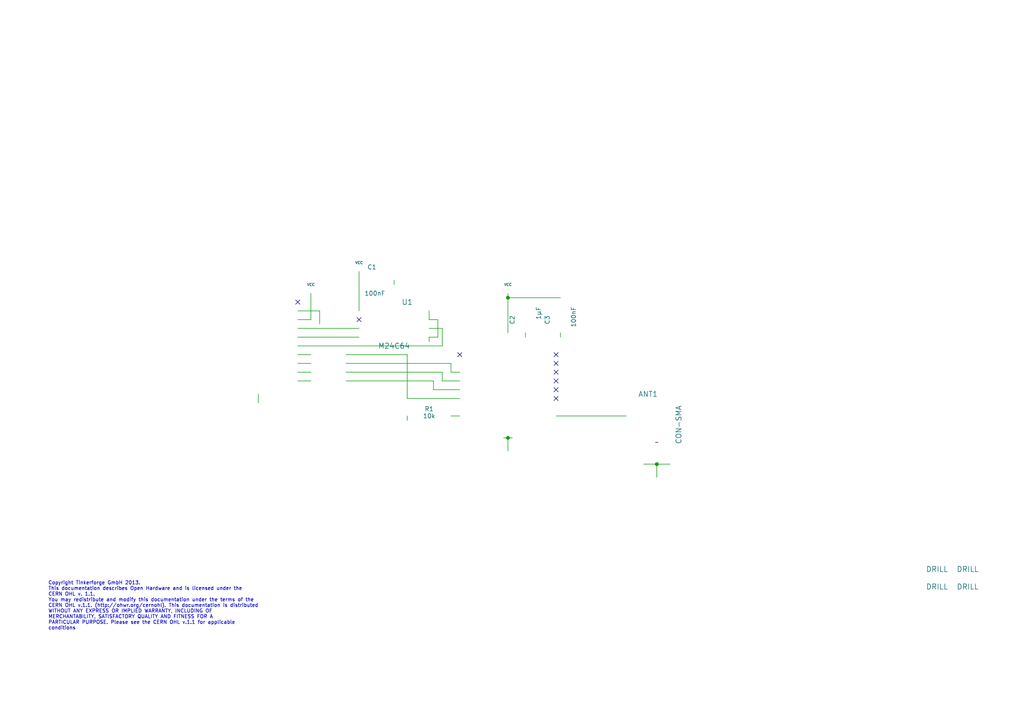
<source format=kicad_sch>
(kicad_sch (version 20230121) (generator eeschema)
  (paper "A4")
  (title_block (title "Remote Bricklet") (date "9 sep 2013") (rev "1.0") (company "Tinkerforge GmbH") (comment 1 "Licensed under CERN OHL v.1.1") (comment 2 "Copyright (©) 2013, B.Nordmeyer <bastian@tinkerforge.com>"))
  (lib_symbols)
  (junction (at 190.5 134.62))
  (junction (at 147.32 127))
  (junction (at 147.32 86.36))
  (no_connect (at 161.29 105.41))
  (no_connect (at 104.14 92.71))
  (no_connect (at 133.35 102.87))
  (no_connect (at 161.29 102.87))
  (no_connect (at 86.36 87.63))
  (no_connect (at 161.29 113.03))
  (no_connect (at 161.29 115.57))
  (no_connect (at 161.29 110.49))
  (no_connect (at 161.29 107.95))
  (wire (pts (xy 118.11 102.87) (xy 118.11 115.57)))
  (wire (pts (xy 147.32 127) (xy 147.32 130.81)))
  (wire (pts (xy 147.32 86.36) (xy 147.32 96.52)))
  (wire (pts (xy 133.35 113.03) (xy 125.73 113.03)))
  (wire (pts (xy 128.27 100.33) (xy 128.27 95.25)))
  (wire (pts (xy 147.32 86.36) (xy 162.56 86.36)))
  (wire (pts (xy 128.27 95.25) (xy 124.46 95.25)))
  (wire (pts (xy 86.36 100.33) (xy 128.27 100.33)))
  (wire (pts (xy 90.17 107.95) (xy 86.36 107.95)))
  (wire (pts (xy 124.46 97.79) (xy 124.46 99.06)))
  (wire (pts (xy 190.5 134.62) (xy 190.5 138.43)))
  (wire (pts (xy 130.81 120.65) (xy 133.35 120.65)))
  (wire (pts (xy 104.14 95.25) (xy 86.36 95.25)))
  (wire (pts (xy 128.27 107.95) (xy 100.33 107.95)))
  (wire (pts (xy 128.27 110.49) (xy 128.27 107.95)))
  (wire (pts (xy 127 97.79) (xy 124.46 97.79)))
  (wire (pts (xy 118.11 115.57) (xy 133.35 115.57)))
  (wire (pts (xy 74.93 116.84) (xy 74.93 114.3)))
  (wire (pts (xy 114.3 81.28) (xy 114.3 82.55)))
  (wire (pts (xy 118.11 121.92) (xy 118.11 120.65)))
  (wire (pts (xy 133.35 107.95) (xy 130.81 107.95)))
  (wire (pts (xy 147.32 127) (xy 148.59 127)))
  (wire (pts (xy 86.36 110.49) (xy 90.17 110.49)))
  (wire (pts (xy 186.69 134.62) (xy 190.5 134.62)))
  (wire (pts (xy 124.46 92.71) (xy 124.46 90.17)))
  (wire (pts (xy 127 92.71) (xy 124.46 92.71)))
  (wire (pts (xy 104.14 78.74) (xy 104.14 90.17)))
  (wire (pts (xy 147.32 85.09) (xy 147.32 86.36)))
  (wire (pts (xy 125.73 113.03) (xy 125.73 110.49)))
  (wire (pts (xy 86.36 102.87) (xy 90.17 102.87)))
  (wire (pts (xy 161.29 120.65) (xy 181.61 120.65)))
  (wire (pts (xy 146.05 127) (xy 147.32 127)))
  (wire (pts (xy 118.11 102.87) (xy 100.33 102.87)))
  (wire (pts (xy 86.36 90.17) (xy 92.71 90.17)))
  (wire (pts (xy 130.81 107.95) (xy 130.81 105.41)))
  (wire (pts (xy 86.36 105.41) (xy 90.17 105.41)))
  (wire (pts (xy 133.35 110.49) (xy 128.27 110.49)))
  (wire (pts (xy 125.73 110.49) (xy 100.33 110.49)))
  (wire (pts (xy 162.56 97.79) (xy 162.56 96.52)))
  (wire (pts (xy 90.17 92.71) (xy 86.36 92.71)))
  (wire (pts (xy 127 97.79) (xy 127 92.71)))
  (wire (pts (xy 90.17 85.09) (xy 90.17 92.71)))
  (wire (pts (xy 152.4 97.79) (xy 152.4 96.52)))
  (wire (pts (xy 190.5 134.62) (xy 194.31 134.62)))
  (wire (pts (xy 130.81 105.41) (xy 100.33 105.41)))
  (wire (pts (xy 92.71 90.17) (xy 92.71 93.98)))
  (wire (pts (xy 104.14 97.79) (xy 86.36 97.79)))
  (text "Copyright Tinkerforge GmbH 2013.\nThis documentation describes Open Hardware and is licensed under the\nCERN OHL v. 1.1.\nYou may redistribute and modify this documentation under the terms of the\nCERN OHL v.1.1. (http://ohwr.org/cernohl). This documentation is distributed\nWITHOUT ANY EXPRESS OR IMPLIED WARRANTY, INCLUDING OF\nMERCHANTABILITY, SATISFACTORY QUALITY AND FITNESS FOR A\nPARTICULAR PURPOSE. Please see the CERN OHL v.1.1 for applicable\nconditions\n" (at 13.97 182.88 0) (effects (font (size 1.016 1.016)) (justify left bottom)))
  (symbol (lib_id "CON-SENSOR") (at 74.93 99.06 0) (mirror y) (unit 1)
    (property "Reference" "P1" (at 81.28 85.09 0) (effects (font (size 1.524 1.524))))
    (property "Value" "CON-SENSOR" (at 71.12 99.06 90) (effects (font (size 1.524 1.524))))
    (property "Footprint" "CON-SENSOR" (effects hide))
  )
  (symbol (lib_id "GND") (at 74.93 116.84 0) (unit 1)
    (property "Reference" "#PWR06" (effects hide))
    (property "Value" "GND" (effects hide))
  )
  (symbol (lib_id "GND") (at 92.71 93.98 0) (unit 1)
    (property "Reference" "#PWR05" (effects hide))
    (property "Value" "GND" (effects hide))
  )
  (symbol (lib_id "VCC") (at 90.17 85.09 0) (unit 1)
    (property "Reference" "#PWR04" (effects hide))
    (property "Value" "VCC" (at 90.17 82.55 0) (effects (font (size 0.762 0.762))))
  )
  (symbol (lib_id "CAT24C") (at 114.3 100.33 0) (mirror y) (unit 1)
    (property "Reference" "U1" (at 118.11 87.63 0) (effects (font (size 1.524 1.524))))
    (property "Value" "M24C64" (at 114.3 100.33 0) (effects (font (size 1.524 1.524))))
    (property "Footprint" "SOIC8" (effects hide))
  )
  (symbol (lib_id "C") (at 109.22 81.28 90) (unit 1)
    (property "Reference" "C1" (at 109.22 77.47 90) (effects (justify left)))
    (property "Value" "100nF" (at 111.76 85.09 90) (effects (justify left)))
    (property "Footprint" "0603" (effects hide))
  )
  (symbol (lib_id "DRILL") (at 280.67 165.1 0) (unit 1)
    (property "Reference" "U5" (effects hide))
    (property "Value" "DRILL" (at 280.67 165.1 0) (effects (font (size 1.524 1.524))))
    (property "Footprint" "DRILL_NP" (effects hide))
  )
  (symbol (lib_id "DRILL") (at 280.67 170.18 0) (unit 1)
    (property "Reference" "U6" (effects hide))
    (property "Value" "DRILL" (at 280.67 170.18 0) (effects (font (size 1.524 1.524))))
    (property "Footprint" "DRILL_NP" (effects hide))
  )
  (symbol (lib_id "DRILL") (at 271.78 170.18 0) (unit 1)
    (property "Reference" "U4" (effects hide))
    (property "Value" "DRILL" (at 271.78 170.18 0) (effects (font (size 1.524 1.524))))
    (property "Footprint" "DRILL_NP" (effects hide))
  )
  (symbol (lib_id "DRILL") (at 271.78 165.1 0) (unit 1)
    (property "Reference" "U3" (effects hide))
    (property "Value" "DRILL" (at 271.78 165.1 0) (effects (font (size 1.524 1.524))))
    (property "Footprint" "DRILL_NP" (effects hide))
  )
  (symbol (lib_id "GND") (at 124.46 99.06 0) (unit 1)
    (property "Reference" "#PWR03" (effects hide))
    (property "Value" "GND" (effects hide))
  )
  (symbol (lib_id "VCC") (at 104.14 78.74 0) (unit 1)
    (property "Reference" "#PWR02" (effects hide))
    (property "Value" "VCC" (at 104.14 76.2 0) (effects (font (size 0.762 0.762))))
  )
  (symbol (lib_id "GND") (at 114.3 82.55 0) (unit 1)
    (property "Reference" "#PWR01" (effects hide))
    (property "Value" "GND" (effects hide))
  )
  (symbol (lib_id "R_PACK4") (at 95.25 111.76 0) (mirror y) (unit 1)
    (property "Reference" "RP1" (at 95.25 100.33 0) (effects (font (size 1.016 1.016))))
    (property "Value" "100" (at 95.25 113.03 0) (effects (font (size 1.016 1.016))))
    (property "Footprint" "4X0603" (effects hide))
  )
  (symbol (lib_id "RFM69HW") (at 147.32 111.76 0) (unit 1)
    (property "Reference" "U2" (at 147.32 111.76 0) (effects (font (size 1.524 1.524))))
    (property "Value" "RFM69HW" (at 154.94 124.46 0) (effects (font (size 1.524 1.524))))
    (property "Footprint" "RFM69HW" (effects hide))
  )
  (symbol (lib_id "R") (at 124.46 120.65 90) (unit 1)
    (property "Reference" "R1" (at 124.46 118.618 90))
    (property "Value" "10k" (at 124.46 120.65 90))
    (property "Footprint" "0603" (effects hide))
  )
  (symbol (lib_id "GND") (at 118.11 121.92 0) (unit 1)
    (property "Reference" "#PWR07" (effects hide))
    (property "Value" "GND" (effects hide))
  )
  (symbol (lib_id "VCC") (at 147.32 85.09 0) (unit 1)
    (property "Reference" "#PWR08" (effects hide))
    (property "Value" "VCC" (at 147.32 82.55 0) (effects (font (size 0.762 0.762))))
  )
  (symbol (lib_id "C") (at 152.4 91.44 180) (unit 1)
    (property "Reference" "C2" (at 148.59 91.44 90) (effects (justify left)))
    (property "Value" "1µF" (at 156.21 88.9 90) (effects (justify left)))
    (property "Footprint" "0603" (effects hide))
  )
  (symbol (lib_id "C") (at 162.56 91.44 180) (unit 1)
    (property "Reference" "C3" (at 158.75 91.44 90) (effects (justify left)))
    (property "Value" "100nF" (at 166.37 88.9 90) (effects (justify left)))
    (property "Footprint" "0603" (effects hide))
  )
  (symbol (lib_id "GND") (at 152.4 97.79 0) (unit 1)
    (property "Reference" "#PWR09" (effects hide))
    (property "Value" "GND" (effects hide))
  )
  (symbol (lib_id "GND") (at 147.32 130.81 0) (unit 1)
    (property "Reference" "#PWR010" (effects hide))
    (property "Value" "GND" (effects hide))
  )
  (symbol (lib_id "GND") (at 162.56 97.79 0) (unit 1)
    (property "Reference" "#PWR011" (effects hide))
    (property "Value" "GND" (effects hide))
  )
  (symbol (lib_id "CON-SMA") (at 190.5 128.27 0) (unit 1)
    (property "Reference" "ANT1" (at 187.96 114.3 0) (effects (font (size 1.524 1.524))))
    (property "Value" "CON-SMA" (at 196.85 123.19 90) (effects (font (size 1.524 1.524))))
    (property "Footprint" "CON-SMA" (effects hide))
    (property "Datasheet" "~" (at 190.5 128.27 0) (effects (font (size 1.524 1.524))))
  )
  (symbol (lib_id "GND") (at 190.5 138.43 0) (unit 1)
    (property "Reference" "#PWR012" (effects hide))
    (property "Value" "GND" (effects hide))
  )
)
</source>
